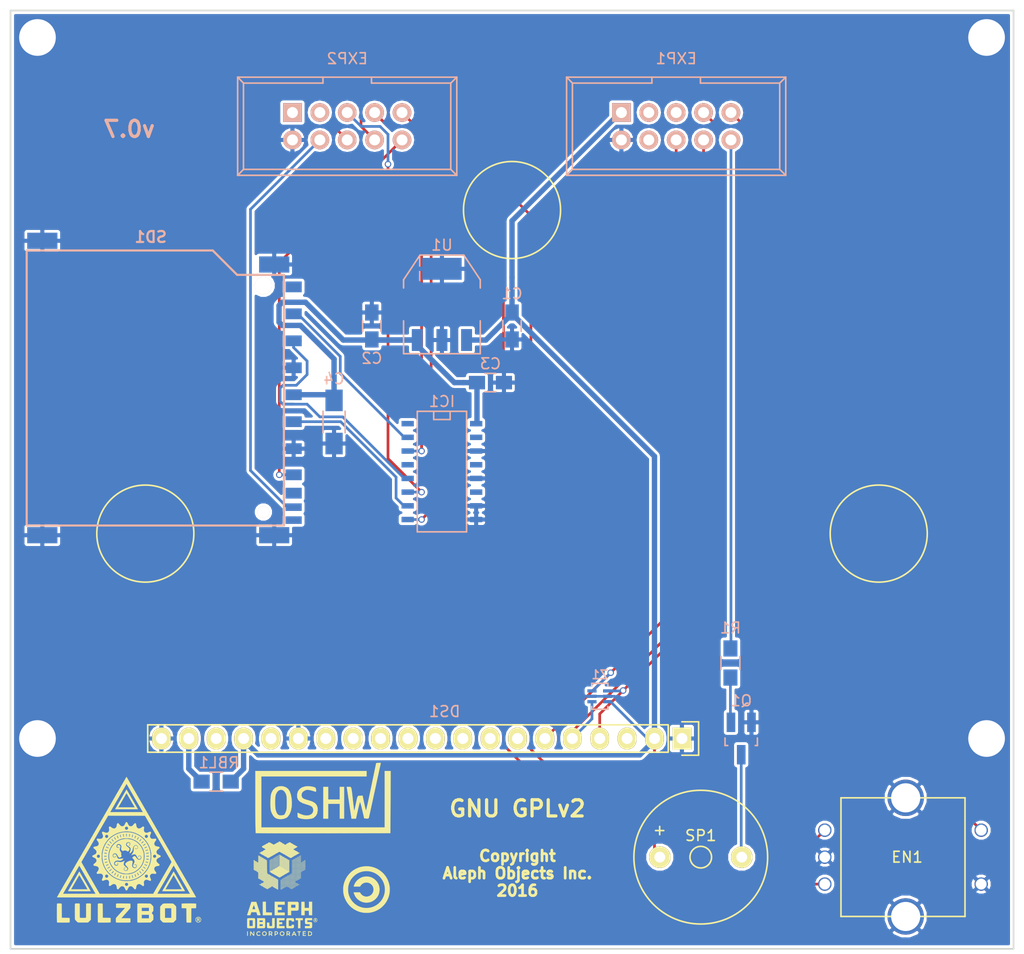
<source format=kicad_pcb>
(kicad_pcb (version 4) (host pcbnew 4.0.4-1.fc25-product)
  (title_block (title GLCD) (date 2016-09-30) (rev 0.7) (company "Aleph Objects Inc.") (comment 1 "GNU GPLv2, Copyright 2016"))
  (layers (0 F.Cu signal) (31 B.Cu signal) (34 B.Paste user) (35 F.Paste user) (36 B.SilkS user) (37 F.SilkS user) (38 B.Mask user) (39 F.Mask user) (44 Edge.Cuts user))
  (net 0 "")
  (net 1 GND)
  (net 2 +3V3)
  (net 3 VCC)
  (net 4 /SD_DET)
  (net 5 "Net-(DS1-Pad7)")
  (net 6 "Net-(DS1-Pad8)")
  (net 7 "Net-(DS1-Pad9)")
  (net 8 "Net-(DS1-Pad10)")
  (net 9 "Net-(DS1-Pad11)")
  (net 10 "Net-(DS1-Pad12)")
  (net 11 "Net-(DS1-Pad13)")
  (net 12 "Net-(DS1-Pad14)")
  (net 13 "Net-(DS1-Pad19)")
  (net 14 /BTN_EN1)
  (net 15 /BTN_EN2)
  (net 16 /BTN_ENC)
  (net 17 "Net-(IC1-Pad16)")
  (net 18 "Net-(IC1-Pad13)")
  (net 19 "Net-(IC1-Pad6)")
  (net 20 "Net-(IC1-Pad4)")
  (net 21 "Net-(IC1-Pad2)")
  (net 22 /Beeper)
  (net 23 "Net-(Q1-Pad1)")
  (net 24 "Net-(Q1-Pad3)")
  (net 25 "Net-(IC1-Pad12)")
  (net 26 "Net-(IC1-Pad10)")
  (net 27 "Net-(IC1-Pad15)")
  (net 28 "Net-(SD1-Pad8)")
  (net 29 "Net-(SD1-Pad9)")
  (net 30 "Net-(SD1-Pad11)")
  (net 31 /MISO)
  (net 32 /SCK)
  (net 33 /SS)
  (net 34 /MOSI)
  (net 35 "/LCDRS(CS)")
  (net 36 "/LCDRW(SID)")
  (net 37 "/LCDE(SCLK)")
  (net 38 "Net-(EXP1-Pad3)")
  (net 39 "Net-(EXP1-Pad4)")
  (net 40 "Net-(EXP1-Pad5)")
  (net 41 "Net-(EXP2-Pad1)")
  (net 42 "Net-(EXP2-Pad3)")
  (module Capacitors_SMD:C_0805_HandSoldering (layer B.Cu) (at 143.5 82.25 270)
    (fp_text reference C1 (at -3 0 540) (layer B.SilkS) (effects (justify mirror)))
    (fp_text value 100nF)
    (pad 2 smd rect (at 1.25 0 270) (size 1.5 1.25) (layers B.Cu B.Paste B.Mask) (net 1 GND))
    (pad 1 smd rect (at -1.25 0 270) (size 1.5 1.25) (layers B.Cu B.Paste B.Mask) (net 3 VCC))
  )
  (module GLCD:Rotary_Encoder (layer F.Cu) (at 180 132.5)
    (fp_text reference EN1 (at 0.135 -1) (layer F.SilkS))
    (fp_text value EC11E15244B2)
    (pad 1 thru_hole circle (at -7.5 -3.5) (size 1.25 1.25) (drill 1) (layers *.Cu *.Mask) (net 14 /BTN_EN1))
    (pad 2 thru_hole circle (at -7.5 -1) (size 1.25 1.25) (drill 1) (layers *.Cu *.Mask) (net 1 GND))
    (pad 3 thru_hole circle (at -7.5 1.5) (size 1.25 1.25) (drill 1) (layers *.Cu *.Mask) (net 15 /BTN_EN2))
    (pad 6 thru_hole circle (at 0 -6.5) (size 3.375 3.375) (drill 2.7) (layers *.Cu *.Mask) (net 1 GND))
    (pad 7 thru_hole circle (at 0 4.5) (size 3.375 3.375) (drill 2.7) (layers *.Cu *.Mask) (net 1 GND))
    (pad 4 thru_hole circle (at 7 1.5) (size 1.25 1.25) (drill 1) (layers *.Cu *.Mask) (net 1 GND))
    (pad 5 thru_hole circle (at 7 -3.5) (size 1.25 1.25) (drill 1) (layers *.Cu *.Mask) (net 16 /BTN_ENC))
  )
  (module GLCD:Bumper (layer F.Cu) (at 109.5 101.5)
    (fp_text reference REF** hide)
    (fp_text value Bumper)
  )
  (module GLCD:Bumper (layer F.Cu) (at 177.5 101.5)
    (fp_text reference REF** hide)
    (fp_text value Bumper)
  )
  (module GLCD:Bumper (layer F.Cu) (at 143.5 71.5)
    (fp_text reference REF** hide)
    (fp_text value Bumper)
  )
  (module GLCD:SOT-666 (layer B.Cu) (at 151.638 116.586 180)
    (fp_text reference Z1 (at 0 2 180) (layer B.SilkS) (effects (font (size 0.8 0.8)) (justify mirror)))
    (fp_text value ZENER_4_CHANNEL)
    (pad 6 smd rect (at 0.725 0.5 90) (size 0.3 0.85) (layers B.Cu B.Paste B.Mask) (net 37 "/LCDE(SCLK)"))
    (pad 5 smd rect (at 0.725 0 90) (size 0.3 0.85) (layers B.Cu B.Paste B.Mask) (net 1 GND))
    (pad 4 smd rect (at 0.725 -0.5 90) (size 0.3 0.85) (layers B.Cu B.Paste B.Mask) (net 36 "/LCDRW(SID)"))
    (pad 3 smd rect (at -0.725 -0.5 90) (size 0.3 0.85) (layers B.Cu B.Paste B.Mask) (net 3 VCC))
    (pad 2 smd rect (at -0.725 0 90) (size 0.3 0.85) (layers B.Cu B.Paste B.Mask) (net 1 GND))
    (pad 1 smd rect (at -0.725 0.5 90) (size 0.3 0.85) (layers B.Cu B.Paste B.Mask) (net 35 "/LCDRS(CS)"))
  )
  (module GLCD:SD_Card_Receptacle (layer B.Cu) (at 124 88 90)
    (fp_text reference SD1 (at 14 -14 180) (layer B.SilkS) (effects (font (size 1.016 1.016) (thickness 0.2032)) (justify mirror)))
    (fp_text value SD_CARD)
    (pad "" np_thru_hole circle (at 9.4996 -3.55092 90) (size 1.6002 1.6002) (drill 1.6002) (layers *.Cu *.Mask B.SilkS))
    (pad "" np_thru_hole circle (at -11.50112 -3.55092 90) (size 1.0922 1.0922) (drill 1.0922) (layers *.Cu *.Mask B.SilkS))
    (pad 11 smd rect (at -12.25042 -0.7493 90) (size 0.70104 1.50114) (layers B.Cu B.Paste B.Mask) (net 30 "Net-(SD1-Pad11)"))
    (pad 10 smd rect (at -11.049 -0.7493 90) (size 0.70104 1.50114) (layers B.Cu B.Paste B.Mask) (net 4 /SD_DET))
    (pad 1 smd rect (at 6.87578 -0.7493 90) (size 1.00076 1.50114) (layers B.Cu B.Paste B.Mask) (net 27 "Net-(IC1-Pad15)"))
    (pad 13 smd rect (at 11.45032 -2.55016 90) (size 1.50114 2.79908) (layers B.Cu B.Paste B.Mask) (net 1 GND))
    (pad 12 smd rect (at -13.64996 -2.55016 90) (size 1.50114 2.79908) (layers B.Cu B.Paste B.Mask) (net 1 GND))
    (pad 14 smd rect (at 13.64996 -24.05126 90) (size 1.50114 2.79908) (layers B.Cu B.Paste B.Mask) (net 1 GND))
    (pad 15 smd rect (at -13.64996 -24.05126 90) (size 1.50114 2.79908) (layers B.Cu B.Paste B.Mask) (net 1 GND))
    (pad 9 smd rect (at 9.37514 -0.7493 90) (size 1.00076 1.50114) (layers B.Cu B.Paste B.Mask) (net 29 "Net-(SD1-Pad9)"))
    (pad 8 smd rect (at -9.75106 -0.7493 90) (size 1.00076 1.50114) (layers B.Cu B.Paste B.Mask) (net 28 "Net-(SD1-Pad8)"))
    (pad 7 smd rect (at -8.04926 -0.7493 90) (size 1.00076 1.50114) (layers B.Cu B.Paste B.Mask) (net 31 /MISO))
    (pad 6 smd rect (at -5.6261 -0.7493 90) (size 1.00076 1.50114) (layers B.Cu B.Paste B.Mask) (net 1 GND))
    (pad 5 smd rect (at -3.1242 -0.7493 90) (size 1.00076 1.50114) (layers B.Cu B.Paste B.Mask) (net 26 "Net-(IC1-Pad10)"))
    (pad 4 smd rect (at -0.62484 -0.7493 90) (size 1.00076 1.50114) (layers B.Cu B.Paste B.Mask) (net 2 +3V3))
    (pad 3 smd rect (at 1.87452 -0.7493 90) (size 1.00076 1.50114) (layers B.Cu B.Paste B.Mask) (net 1 GND))
    (pad 2 smd rect (at 4.37388 -0.7493 90) (size 1.00076 1.50114) (layers B.Cu B.Paste B.Mask) (net 25 "Net-(IC1-Pad12)"))
  )
  (module TO_SOT_Packages_SMD:SOT-223 (layer B.Cu) (at 137 80.25 180)
    (fp_text reference U1 (at 0 5.5 180) (layer B.SilkS) (effects (justify mirror)))
    (fp_text value MIC5209-3.3YS)
    (pad 1 smd rect (at -2.286 -3.302 180) (size 1.016 2.032) (layers B.Cu B.Paste B.Mask) (net 3 VCC))
    (pad 3 smd rect (at 2.286 -3.302 180) (size 1.016 2.032) (layers B.Cu B.Paste B.Mask) (net 2 +3V3))
    (pad 2 smd rect (at 0 -3.302 180) (size 1.016 2.032) (layers B.Cu B.Paste B.Mask) (net 1 GND))
    (pad 4 smd rect (at 0 3.302 180) (size 3.6576 2.032) (layers B.Cu B.Paste B.Mask) (net 1 GND))
  )
  (module SMD_Packages:SO-16-N (layer B.Cu) (at 137 95.75 270)
    (fp_text reference IC1 (at -6.5 0 360) (layer B.SilkS) (effects (justify mirror)))
    (fp_text value 74HC4050)
    (pad 15 smd rect (at -3.175 3.175 270) (size 0.508 1.143) (layers B.Cu B.Paste B.Mask) (net 27 "Net-(IC1-Pad15)"))
    (pad 1 smd rect (at -4.445 -3.175 270) (size 0.508 1.143) (layers B.Cu B.Paste B.Mask) (net 2 +3V3))
    (pad 2 smd rect (at -3.175 -3.175 270) (size 0.508 1.143) (layers B.Cu B.Paste B.Mask) (net 21 "Net-(IC1-Pad2)"))
    (pad 3 smd rect (at -1.905 -3.175 270) (size 0.508 1.143) (layers B.Cu B.Paste B.Mask) (net 1 GND))
    (pad 4 smd rect (at -0.635 -3.175 270) (size 0.508 1.143) (layers B.Cu B.Paste B.Mask) (net 20 "Net-(IC1-Pad4)"))
    (pad 5 smd rect (at 0.635 -3.175 270) (size 0.508 1.143) (layers B.Cu B.Paste B.Mask) (net 1 GND))
    (pad 6 smd rect (at 1.905 -3.175 270) (size 0.508 1.143) (layers B.Cu B.Paste B.Mask) (net 19 "Net-(IC1-Pad6)"))
    (pad 7 smd rect (at 3.175 -3.175 270) (size 0.508 1.143) (layers B.Cu B.Paste B.Mask) (net 1 GND))
    (pad 8 smd rect (at 4.445 -3.175 270) (size 0.508 1.143) (layers B.Cu B.Paste B.Mask) (net 1 GND))
    (pad 9 smd rect (at 4.445 3.175 270) (size 0.508 1.143) (layers B.Cu B.Paste B.Mask) (net 32 /SCK))
    (pad 10 smd rect (at 3.175 3.175 270) (size 0.508 1.143) (layers B.Cu B.Paste B.Mask) (net 26 "Net-(IC1-Pad10)"))
    (pad 11 smd rect (at 1.905 3.175 270) (size 0.508 1.143) (layers B.Cu B.Paste B.Mask) (net 34 /MOSI))
    (pad 12 smd rect (at 0.635 3.175 270) (size 0.508 1.143) (layers B.Cu B.Paste B.Mask) (net 25 "Net-(IC1-Pad12)"))
    (pad 13 smd rect (at -0.635 3.175 270) (size 0.508 1.143) (layers B.Cu B.Paste B.Mask) (net 18 "Net-(IC1-Pad13)"))
    (pad 14 smd rect (at -1.905 3.175 270) (size 0.508 1.143) (layers B.Cu B.Paste B.Mask) (net 33 /SS))
    (pad 16 smd rect (at -4.445 3.175 270) (size 0.508 1.143) (layers B.Cu B.Paste B.Mask) (net 17 "Net-(IC1-Pad16)"))
  )
  (module Capacitors_SMD:C_0805_HandSoldering (layer B.Cu) (at 130.5 82.25 90)
    (fp_text reference C2 (at -3 0 180) (layer B.SilkS) (effects (justify mirror)))
    (fp_text value 100nF)
    (pad 2 smd rect (at 1.25 0 90) (size 1.5 1.25) (layers B.Cu B.Paste B.Mask) (net 1 GND))
    (pad 1 smd rect (at -1.25 0 90) (size 1.5 1.25) (layers B.Cu B.Paste B.Mask) (net 2 +3V3))
  )
  (module Capacitors_SMD:C_0805_HandSoldering (layer B.Cu) (at 141.5 87.5)
    (fp_text reference C3 (at 0 -1.75) (layer B.SilkS) (effects (justify mirror)))
    (fp_text value 100nF)
    (pad 2 smd rect (at 1.25 0) (size 1.5 1.25) (layers B.Cu B.Paste B.Mask) (net 1 GND))
    (pad 1 smd rect (at -1.25 0) (size 1.5 1.25) (layers B.Cu B.Paste B.Mask) (net 2 +3V3))
  )
  (module Resistors_SMD:R_0805_HandSoldering (layer B.Cu) (at 163.75 113.5 270)
    (fp_text reference R1 (at -3.25 0 360) (layer B.SilkS) (effects (justify mirror)))
    (fp_text value 1kΩ)
    (pad 2 smd rect (at 1.35 0 270) (size 1.5 1.3) (layers B.Cu B.Paste B.Mask) (net 23 "Net-(Q1-Pad1)"))
    (pad 1 smd rect (at -1.35 0 270) (size 1.5 1.3) (layers B.Cu B.Paste B.Mask) (net 22 /Beeper))
  )
  (module Capacitors_SMD:C_1206_HandSoldering (layer B.Cu) (at 127 91.15 270)
    (fp_text reference C4 (at -4 0 360) (layer B.SilkS) (effects (justify mirror)))
    (fp_text value 1uF)
    (pad 2 smd rect (at 2 0 270) (size 2 1.6) (layers B.Cu B.Paste B.Mask) (net 1 GND))
    (pad 1 smd rect (at -2 0 270) (size 2 1.6) (layers B.Cu B.Paste B.Mask) (net 2 +3V3))
  )
  (module TO_SOT_Packages_SMD:SOT-23_Handsoldering (layer B.Cu) (at 164.75 120.5)
    (fp_text reference Q1 (at 0 -3.5) (layer B.SilkS) (effects (justify mirror)))
    (fp_text value BC817-40)
    (pad 3 smd rect (at 0 1.50114) (size 0.8001 1.80086) (layers B.Cu B.Paste B.Mask) (net 24 "Net-(Q1-Pad3)"))
    (pad 2 smd rect (at 0.95 -1.50114) (size 0.8001 1.80086) (layers B.Cu B.Paste B.Mask) (net 1 GND))
    (pad 1 smd rect (at -0.95 -1.50114) (size 0.8001 1.80086) (layers B.Cu B.Paste B.Mask) (net 23 "Net-(Q1-Pad1)"))
  )
  (module Pin_Headers:Pin_Header_Straight_1x20 (layer F.Cu) (at 159.25 120.5 270)
    (fp_text reference DS1 (at -2.5 22 360) (layer B.SilkS) (effects (justify mirror)))
    (fp_text value LCD_Panel)
    (pad 20 thru_hole oval (at 0 48.26 270) (size 2.032 1.7272) (drill 1.016) (layers *.Cu *.Mask F.SilkS) (net 1 GND))
    (pad 19 thru_hole oval (at 0 45.72 270) (size 2.032 1.7272) (drill 1.016) (layers *.Cu *.Mask F.SilkS) (net 13 "Net-(DS1-Pad19)"))
    (pad 18 thru_hole oval (at 0 43.18 270) (size 2.032 1.7272) (drill 1.016) (layers *.Cu *.Mask F.SilkS))
    (pad 17 thru_hole oval (at 0 40.64 270) (size 2.032 1.7272) (drill 1.016) (layers *.Cu *.Mask F.SilkS) (net 3 VCC))
    (pad 16 thru_hole oval (at 0 38.1 270) (size 2.032 1.7272) (drill 1.016) (layers *.Cu *.Mask F.SilkS))
    (pad 15 thru_hole oval (at 0 35.56 270) (size 2.032 1.7272) (drill 1.016) (layers *.Cu *.Mask F.SilkS) (net 1 GND))
    (pad 14 thru_hole oval (at 0 33.02 270) (size 2.032 1.7272) (drill 1.016) (layers *.Cu *.Mask F.SilkS) (net 12 "Net-(DS1-Pad14)"))
    (pad 13 thru_hole oval (at 0 30.48 270) (size 2.032 1.7272) (drill 1.016) (layers *.Cu *.Mask F.SilkS) (net 11 "Net-(DS1-Pad13)"))
    (pad 12 thru_hole oval (at 0 27.94 270) (size 2.032 1.7272) (drill 1.016) (layers *.Cu *.Mask F.SilkS) (net 10 "Net-(DS1-Pad12)"))
    (pad 11 thru_hole oval (at 0 25.4 270) (size 2.032 1.7272) (drill 1.016) (layers *.Cu *.Mask F.SilkS) (net 9 "Net-(DS1-Pad11)"))
    (pad 10 thru_hole oval (at 0 22.86 270) (size 2.032 1.7272) (drill 1.016) (layers *.Cu *.Mask F.SilkS) (net 8 "Net-(DS1-Pad10)"))
    (pad 9 thru_hole oval (at 0 20.32 270) (size 2.032 1.7272) (drill 1.016) (layers *.Cu *.Mask F.SilkS) (net 7 "Net-(DS1-Pad9)"))
    (pad 8 thru_hole oval (at 0 17.78 270) (size 2.032 1.7272) (drill 1.016) (layers *.Cu *.Mask F.SilkS) (net 6 "Net-(DS1-Pad8)"))
    (pad 7 thru_hole oval (at 0 15.24 270) (size 2.032 1.7272) (drill 1.016) (layers *.Cu *.Mask F.SilkS) (net 5 "Net-(DS1-Pad7)"))
    (pad 6 thru_hole oval (at 0 12.7 270) (size 2.032 1.7272) (drill 1.016) (layers *.Cu *.Mask F.SilkS) (net 37 "/LCDE(SCLK)"))
    (pad 5 thru_hole oval (at 0 10.16 270) (size 2.032 1.7272) (drill 1.016) (layers *.Cu *.Mask F.SilkS) (net 36 "/LCDRW(SID)"))
    (pad 4 thru_hole oval (at 0 7.62 270) (size 2.032 1.7272) (drill 1.016) (layers *.Cu *.Mask F.SilkS) (net 35 "/LCDRS(CS)"))
    (pad 3 thru_hole oval (at 0 5.08 270) (size 2.032 1.7272) (drill 1.016) (layers *.Cu *.Mask F.SilkS))
    (pad 2 thru_hole oval (at 0 2.54 270) (size 2.032 1.7272) (drill 1.016) (layers *.Cu *.Mask F.SilkS) (net 3 VCC))
    (pad 1 thru_hole rect (at 0 0 270) (size 2.032 1.7272) (drill 1.016) (layers *.Cu *.Mask F.SilkS) (net 1 GND))
  )
  (module Connect:IDC_Header_Straight_10pins (layer B.Cu) (at 123.14 62.46)
    (fp_text reference EXP2 (at 5.08 -5) (layer B.SilkS) (effects (justify mirror)))
    (fp_text value CONN_02X05)
    (pad 10 thru_hole oval (at 10.16 2.54) (size 1.7272 1.7272) (drill 1.016) (layers *.Cu *.Mask B.SilkS) (net 31 /MISO))
    (pad 9 thru_hole oval (at 10.16 0) (size 1.7272 1.7272) (drill 1.016) (layers *.Cu *.Mask B.SilkS) (net 32 /SCK))
    (pad 8 thru_hole oval (at 7.62 2.54) (size 1.7272 1.7272) (drill 1.016) (layers *.Cu *.Mask B.SilkS) (net 15 /BTN_EN2))
    (pad 7 thru_hole oval (at 7.62 0) (size 1.7272 1.7272) (drill 1.016) (layers *.Cu *.Mask B.SilkS) (net 33 /SS))
    (pad 6 thru_hole oval (at 5.08 2.54) (size 1.7272 1.7272) (drill 1.016) (layers *.Cu *.Mask B.SilkS) (net 14 /BTN_EN1))
    (pad 5 thru_hole oval (at 5.08 0) (size 1.7272 1.7272) (drill 1.016) (layers *.Cu *.Mask B.SilkS) (net 34 /MOSI))
    (pad 4 thru_hole oval (at 2.54 2.54) (size 1.7272 1.7272) (drill 1.016) (layers *.Cu *.Mask B.SilkS) (net 4 /SD_DET))
    (pad 3 thru_hole oval (at 2.54 0) (size 1.7272 1.7272) (drill 1.016) (layers *.Cu *.Mask B.SilkS) (net 42 "Net-(EXP2-Pad3)"))
    (pad 2 thru_hole oval (at 0 2.54) (size 1.7272 1.7272) (drill 1.016) (layers *.Cu *.Mask B.SilkS) (net 1 GND))
    (pad 1 thru_hole rect (at 0 0) (size 1.7272 1.7272) (drill 1.016) (layers *.Cu *.Mask B.SilkS) (net 41 "Net-(EXP2-Pad1)"))
  )
  (module Mounting_Holes:MountingHole_3.2mm_M3 (layer F.Cu) (at 99.5 55.5)
    (fp_text reference REF** hide)
    (fp_text value MountingHole_3.2mm_M3 hide)
    (pad "" thru_hole circle (at 0 0) (size 4.15 4.15) (drill 3.4) (layers *.Cu *.Mask) (net 1 GND))
  )
  (module Mounting_Holes:MountingHole_3.2mm_M3 (layer F.Cu) (at 187.5 120.5)
    (fp_text reference REF** hide)
    (fp_text value MountingHole_3.2mm_M3 hide)
    (pad "" thru_hole circle (at 0 0) (size 4.15 4.15) (drill 3.4) (layers *.Cu *.Mask) (net 1 GND))
  )
  (module Mounting_Holes:MountingHole_3.2mm_M3 (layer F.Cu) (at 99.5 120.5)
    (fp_text reference REF** hide)
    (fp_text value MountingHole_3.2mm_M3 hide)
    (pad "" thru_hole circle (at 0 0) (size 4.15 4.15) (drill 3.4) (layers *.Cu *.Mask) (net 1 GND))
  )
  (module Resistors_SMD:R_0805_HandSoldering (layer B.Cu) (at 116.06784 124.49556 180)
    (fp_text reference RBL1 (at -0.25 1.75 180) (layer B.SilkS) (effects (justify mirror)))
    (fp_text value 68Ω)
    (pad 2 smd rect (at 1.35 0 180) (size 1.5 1.3) (layers B.Cu B.Paste B.Mask) (net 13 "Net-(DS1-Pad19)"))
    (pad 1 smd rect (at -1.35 0 180) (size 1.5 1.3) (layers B.Cu B.Paste B.Mask) (net 3 VCC))
  )
  (module Buzzers_Beepers:Buzzer_12x9.5RM7.6 (layer F.Cu) (at 161 131.5)
    (fp_text reference SP1 (at 0 -2) (layer F.SilkS))
    (fp_text value SPEAKER)
    (fp_text user + (at -3.81 -2.54) (layer F.SilkS))
    (pad 2 thru_hole circle (at 3.79984 0) (size 2 2) (drill 1.00076) (layers *.Cu *.Mask F.SilkS) (net 24 "Net-(Q1-Pad3)"))
    (pad 1 thru_hole circle (at -3.79984 0) (size 2 2) (drill 1.00076) (layers *.Cu *.Mask F.SilkS) (net 3 VCC))
  )
  (module GLCD:LulzBot (layer F.Cu) (at 108 131)
    (fp_text reference G*** hide)
    (fp_text value LOGO hide)
  )
  (module GLCD:copyleft (layer F.Cu) (at 130 134.5)
    (fp_text reference G*** hide)
    (fp_text value LOGO hide)
  )
  (module GLCD:OSHW (layer F.Cu) (at 126 126)
    (fp_text reference G*** hide)
    (fp_text value LOGO hide)
  )
  (module Mounting_Holes:MountingHole_3.2mm_M3 (layer F.Cu) (at 187.5 55.5)
    (fp_text reference REF** hide)
    (fp_text value MountingHole_3.2mm_M3 hide)
    (pad "" thru_hole circle (at 0 0) (size 4.15 4.15) (drill 3.4) (layers *.Cu *.Mask) (net 1 GND))
  )
  (module GLCD:AO (layer F.Cu) (at 122 134.5)
    (fp_text reference G*** hide)
    (fp_text value LOGO hide)
  )
  (module Connect:IDC_Header_Straight_10pins (layer B.Cu) (at 153.64 62.46)
    (fp_text reference EXP1 (at 5.08 -5) (layer B.SilkS) (effects (justify mirror)))
    (fp_text value CONN_02X05)
    (pad 10 thru_hole oval (at 10.16 2.54) (size 1.7272 1.7272) (drill 1.016) (layers *.Cu *.Mask B.SilkS) (net 22 /Beeper))
    (pad 9 thru_hole oval (at 10.16 0) (size 1.7272 1.7272) (drill 1.016) (layers *.Cu *.Mask B.SilkS) (net 16 /BTN_ENC))
    (pad 8 thru_hole oval (at 7.62 2.54) (size 1.7272 1.7272) (drill 1.016) (layers *.Cu *.Mask B.SilkS) (net 36 "/LCDRW(SID)"))
    (pad 7 thru_hole oval (at 7.62 0) (size 1.7272 1.7272) (drill 1.016) (layers *.Cu *.Mask B.SilkS) (net 35 "/LCDRS(CS)"))
    (pad 6 thru_hole oval (at 5.08 2.54) (size 1.7272 1.7272) (drill 1.016) (layers *.Cu *.Mask B.SilkS) (net 37 "/LCDE(SCLK)"))
    (pad 5 thru_hole oval (at 5.08 0) (size 1.7272 1.7272) (drill 1.016) (layers *.Cu *.Mask B.SilkS) (net 40 "Net-(EXP1-Pad5)"))
    (pad 4 thru_hole oval (at 2.54 2.54) (size 1.7272 1.7272) (drill 1.016) (layers *.Cu *.Mask B.SilkS) (net 39 "Net-(EXP1-Pad4)"))
    (pad 3 thru_hole oval (at 2.54 0) (size 1.7272 1.7272) (drill 1.016) (layers *.Cu *.Mask B.SilkS) (net 38 "Net-(EXP1-Pad3)"))
    (pad 2 thru_hole oval (at 0 2.54) (size 1.7272 1.7272) (drill 1.016) (layers *.Cu *.Mask B.SilkS) (net 1 GND))
    (pad 1 thru_hole rect (at 0 0) (size 1.7272 1.7272) (drill 1.016) (layers *.Cu *.Mask B.SilkS) (net 3 VCC))
  )
  (gr_text "Copyright\nAleph Objects Inc.\n2016" (at 144 133) (layer F.SilkS) (effects (font (size 1 1) (thickness 0.25))))
  (gr_text v0.7 (at 108 64) (layer B.SilkS) (effects (font (size 1.5 1.5) (thickness 0.3)) (justify mirror)))
  (gr_text "GNU GPLv2" (at 144 127) (layer F.SilkS) (effects (font (size 1.5 1.5) (thickness 0.3))))
  (gr_line (start 190 140) (end 190 53) (angle 90) (layer Edge.Cuts) (width 0.15))
  (gr_line (start 97 140) (end 190 140) (angle 90) (layer Edge.Cuts) (width 0.15))
  (gr_line (start 97 53) (end 97 140) (angle 90) (layer Edge.Cuts) (width 0.15))
  (gr_line (start 190 53) (end 97 53) (angle 90) (layer Edge.Cuts) (width 0.15))
  (segment (start 152.363 116.586) (end 152.986 116.586) (width 0.25) (layer B.Cu) (net 1))
  (segment (start 152.986 116.586) (end 153.1 116.7) (width 0.25) (layer B.Cu) (net 1))
  (segment (start 150.913 116.586) (end 150.314 116.586) (width 0.25) (layer B.Cu) (net 1))
  (segment (start 150.314 116.586) (end 150.3 116.6) (width 0.25) (layer B.Cu) (net 1))
  (segment (start 150.913 116.586) (end 152.363 116.586) (width 0.25) (layer B.Cu) (net 1))
  (segment (start 126.5239 93.6261) (end 127 93.15) (width 0.5) (layer B.Cu) (net 1))
  (segment (start 134.714 83.552) (end 130.552 83.552) (width 0.5) (layer B.Cu) (net 2))
  (segment (start 130.552 83.552) (end 130.5 83.5) (width 0.5) (layer B.Cu) (net 2))
  (segment (start 123.885532 82.2) (end 127 85.314468) (width 0.5) (layer B.Cu) (net 2))
  (segment (start 127 85.314468) (end 127 89.15) (width 0.5) (layer B.Cu) (net 2))
  (segment (start 122.2 82.2) (end 123.885532 82.2) (width 0.5) (layer B.Cu) (net 2))
  (segment (start 121.9 81.9) (end 122.2 82.2) (width 0.5) (layer B.Cu) (net 2))
  (segment (start 121.9 80.35) (end 121.9 81.9) (width 0.5) (layer B.Cu) (net 2))
  (segment (start 122.2 80.05) (end 121.9 80.35) (width 0.5) (layer B.Cu) (net 2))
  (segment (start 124.35 80.05) (end 122.2 80.05) (width 0.5) (layer B.Cu) (net 2))
  (segment (start 127.852 83.552) (end 124.35 80.05) (width 0.5) (layer B.Cu) (net 2))
  (segment (start 134.714 83.552) (end 127.852 83.552) (width 0.5) (layer B.Cu) (net 2))
  (segment (start 134.714 84.06) (end 138.154 87.5) (width 0.5) (layer B.Cu) (net 2))
  (segment (start 139 87.5) (end 140.25 87.5) (width 0.5) (layer B.Cu) (net 2))
  (segment (start 138.154 87.5) (end 139 87.5) (width 0.5) (layer B.Cu) (net 2))
  (segment (start 140.25 87.5) (end 140.25 91.23) (width 0.5) (layer B.Cu) (net 2))
  (segment (start 134.714 83.552) (end 134.714 84.06) (width 0.5) (layer B.Cu) (net 2))
  (segment (start 123.00051 88.62484) (end 123.2507 88.62484) (width 0.5) (layer B.Cu) (net 2))
  (segment (start 140.25 91.23) (end 140.175 91.305) (width 0.5) (layer B.Cu) (net 2))
  (segment (start 123.2507 88.62484) (end 126.47484 88.62484) (width 0.5) (layer B.Cu) (net 2))
  (segment (start 126.47484 88.62484) (end 127 89.15) (width 0.5) (layer B.Cu) (net 2))
  (segment (start 139.286 83.552) (end 141.073 83.552) (width 0.5) (layer B.Cu) (net 3))
  (segment (start 141.073 83.552) (end 141.875 82.75) (width 0.5) (layer B.Cu) (net 3))
  (segment (start 143.5 81.125) (end 141.875 82.75) (width 0.5) (layer B.Cu) (net 3))
  (segment (start 156.71 120.5) (end 156.71 94.335) (width 0.5) (layer B.Cu) (net 3))
  (segment (start 156.71 94.335) (end 143.5 81.125) (width 0.5) (layer B.Cu) (net 3))
  (segment (start 143.5 81.125) (end 143.5 81) (width 0.5) (layer B.Cu) (net 3))
  (segment (start 139.286 83.552) (end 139.698 83.552) (width 0.5) (layer B.Cu) (net 3))
  (segment (start 153.64 62.46) (end 153.54 62.46) (width 0.5) (layer B.Cu) (net 3))
  (segment (start 153.54 62.46) (end 143.5 72.5) (width 0.5) (layer B.Cu) (net 3))
  (segment (start 143.5 72.5) (end 143.5 77.75) (width 0.5) (layer B.Cu) (net 3))
  (segment (start 143.5 77.75) (end 143.5 81) (width 0.5) (layer B.Cu) (net 3))
  (segment (start 143.5 81) (end 143.5 81.338) (width 0.5) (layer B.Cu) (net 3))
  (segment (start 118.61 120.5) (end 118.61 123.3034) (width 0.5) (layer B.Cu) (net 3))
  (segment (start 118.61 123.3034) (end 117.41784 124.49556) (width 0.5) (layer B.Cu) (net 3))
  (segment (start 156.052 120.5) (end 152.638 117.086) (width 0.25) (layer B.Cu) (net 3))
  (segment (start 156.71 120.5) (end 156.052 120.5) (width 0.25) (layer B.Cu) (net 3))
  (segment (start 152.638 117.086) (end 152.363 117.086) (width 0.25) (layer B.Cu) (net 3))
  (segment (start 152.363 117.086) (end 152.589348 117.086) (width 0.25) (layer B.Cu) (net 3))
  (segment (start 156.71 120.5) (end 156.71 120.3476) (width 0.25) (layer B.Cu) (net 3))
  (segment (start 156.71 120.5) (end 156.71 131.00984) (width 0.25) (layer F.Cu) (net 3))
  (segment (start 156.71 131.00984) (end 157.20016 131.5) (width 0.25) (layer F.Cu) (net 3))
  (segment (start 156.71 120.5) (end 156.71 119.81) (width 0.25) (layer B.Cu) (net 3))
  (segment (start 118.61 120.6524) (end 119.9736 122.016) (width 0.5) (layer B.Cu) (net 3))
  (segment (start 155.3464 122.016) (end 156.71 120.6524) (width 0.5) (layer B.Cu) (net 3))
  (segment (start 119.9736 122.016) (end 155.3464 122.016) (width 0.5) (layer B.Cu) (net 3))
  (segment (start 118.61 120.5) (end 118.61 120.6524) (width 0.5) (layer B.Cu) (net 3))
  (segment (start 125.68 65) (end 119.25 71.43) (width 0.25) (layer B.Cu) (net 4))
  (segment (start 119.25 95.65) (end 122.649 99.049) (width 0.25) (layer B.Cu) (net 4))
  (segment (start 119.25 71.43) (end 119.25 95.65) (width 0.25) (layer B.Cu) (net 4))
  (segment (start 122.649 99.049) (end 123.2507 99.049) (width 0.25) (layer B.Cu) (net 4))
  (segment (start 113.53 120.5) (end 113.53 123.30772) (width 0.5) (layer B.Cu) (net 13))
  (segment (start 113.53 123.30772) (end 114.71784 124.49556) (width 0.5) (layer B.Cu) (net 13))
  (segment (start 145.25 121.510842) (end 145.25 72.01446) (width 0.25) (layer F.Cu) (net 14))
  (segment (start 126.95 61.97087) (end 126.95 63.73) (width 0.25) (layer F.Cu) (net 14))
  (segment (start 126.95 63.73) (end 128.22 65) (width 0.25) (layer F.Cu) (net 14))
  (segment (start 145.25 72.01446) (end 133.98553 60.74999) (width 0.25) (layer F.Cu) (net 14))
  (segment (start 133.98553 60.74999) (end 128.17088 60.74999) (width 0.25) (layer F.Cu) (net 14))
  (segment (start 128.17088 60.74999) (end 126.95 61.97087) (width 0.25) (layer F.Cu) (net 14))
  (segment (start 168.6 132.9) (end 156.639158 132.9) (width 0.25) (layer F.Cu) (net 14))
  (segment (start 156.639158 132.9) (end 145.25 121.510842) (width 0.25) (layer F.Cu) (net 14))
  (segment (start 172.5 129) (end 168.6 132.9) (width 0.25) (layer F.Cu) (net 14))
  (segment (start 142.7 121.1) (end 142.7 70.10087) (width 0.25) (layer F.Cu) (net 15))
  (segment (start 172.5 134) (end 155.6 134) (width 0.25) (layer F.Cu) (net 15))
  (segment (start 155.6 134) (end 142.7 121.1) (width 0.25) (layer F.Cu) (net 15))
  (segment (start 130.098072 61.2) (end 129.5 61.798072) (width 0.25) (layer F.Cu) (net 15))
  (segment (start 142.7 70.10087) (end 133.79913 61.2) (width 0.25) (layer F.Cu) (net 15))
  (segment (start 133.79913 61.2) (end 130.098072 61.2) (width 0.25) (layer F.Cu) (net 15))
  (segment (start 129.5 61.798072) (end 129.5 63.74) (width 0.25) (layer F.Cu) (net 15))
  (segment (start 129.5 63.74) (end 130.76 65) (width 0.25) (layer F.Cu) (net 15))
  (segment (start 165.05 63.71) (end 165.05 107.05) (width 0.25) (layer F.Cu) (net 16))
  (segment (start 165.05 107.05) (end 187 129) (width 0.25) (layer F.Cu) (net 16))
  (segment (start 163.8 62.46) (end 165.05 63.71) (width 0.25) (layer F.Cu) (net 16))
  (segment (start 163.8 65) (end 163.8 112.1) (width 0.25) (layer B.Cu) (net 22))
  (segment (start 163.8 112.1) (end 163.75 112.15) (width 0.25) (layer B.Cu) (net 22))
  (segment (start 163.8 112.1) (end 163.75 112.15) (width 0.25) (layer B.Cu) (net 22))
  (segment (start 163.8 111.45) (end 163.75 112.15) (width 0.25) (layer B.Cu) (net 22))
  (segment (start 163.75 114.85) (end 163.75 118.94886) (width 0.25) (layer B.Cu) (net 23))
  (segment (start 163.75 118.94886) (end 163.8 118.99886) (width 0.25) (layer B.Cu) (net 23))
  (segment (start 163.75 118.94886) (end 163.8 118.99886) (width 0.25) (layer B.Cu) (net 23))
  (segment (start 164.75 122.00114) (end 164.75 131.45016) (width 0.25) (layer B.Cu) (net 24))
  (segment (start 164.75 131.45016) (end 164.79984 131.5) (width 0.25) (layer B.Cu) (net 24))
  (segment (start 122.25 89.5) (end 124.5 89.5) (width 0.25) (layer B.Cu) (net 25))
  (segment (start 124.5 89.5) (end 125.67419 90.67419) (width 0.25) (layer B.Cu) (net 25))
  (segment (start 125.67419 90.67419) (end 127.79669 90.67419) (width 0.25) (layer B.Cu) (net 25))
  (segment (start 127.79669 90.67419) (end 133.5075 96.385) (width 0.25) (layer B.Cu) (net 25))
  (segment (start 133.5075 96.385) (end 133.825 96.385) (width 0.25) (layer B.Cu) (net 25))
  (segment (start 122.5 89.5) (end 122.25 89.5) (width 0.25) (layer B.Cu) (net 25))
  (segment (start 122.5 89.5) (end 123.25 89.5) (width 0.25) (layer B.Cu) (net 25))
  (segment (start 123.2507 84.25) (end 123.2507 83.62612) (width 0.25) (layer B.Cu) (net 25))
  (segment (start 124.5 85.5) (end 123.2507 84.2507) (width 0.25) (layer B.Cu) (net 25))
  (segment (start 123.5 87.75) (end 124.5 86.75) (width 0.25) (layer B.Cu) (net 25))
  (segment (start 122 88) (end 122.25 87.75) (width 0.25) (layer B.Cu) (net 25))
  (segment (start 123.2507 84.2507) (end 123.2507 84.25) (width 0.25) (layer B.Cu) (net 25))
  (segment (start 124.5 86.75) (end 124.5 85.5) (width 0.25) (layer B.Cu) (net 25))
  (segment (start 122.25 87.75) (end 123.5 87.75) (width 0.25) (layer B.Cu) (net 25))
  (segment (start 122 89.25) (end 122 88) (width 0.25) (layer B.Cu) (net 25))
  (segment (start 122.25 89.5) (end 122 89.25) (width 0.25) (layer B.Cu) (net 25))
  (segment (start 123.2507 83.62612) (end 123.87612 83.62612) (width 0.25) (layer B.Cu) (net 25))
  (segment (start 133.825 98.925) (end 133.475 98.925) (width 0.25) (layer B.Cu) (net 26))
  (segment (start 133.475 98.925) (end 132.75 98.2) (width 0.25) (layer B.Cu) (net 26))
  (segment (start 132.75 98.2) (end 132.75 96.26391) (width 0.25) (layer B.Cu) (net 26))
  (segment (start 132.75 96.26391) (end 127.61029 91.1242) (width 0.25) (layer B.Cu) (net 26))
  (segment (start 127.61029 91.1242) (end 123.2507 91.1242) (width 0.25) (layer B.Cu) (net 26))
  (segment (start 133.825 98.925) (end 133.5075 98.925) (width 0.25) (layer B.Cu) (net 26))
  (segment (start 123.2507 81.12422) (end 123.622938 81.12422) (width 0.25) (layer B.Cu) (net 27))
  (segment (start 123.622938 81.12422) (end 127.57501 85.076292) (width 0.25) (layer B.Cu) (net 27))
  (segment (start 127.57501 85.076292) (end 127.57501 86.64251) (width 0.25) (layer B.Cu) (net 27))
  (segment (start 133.5075 92.575) (end 133.825 92.575) (width 0.25) (layer B.Cu) (net 27))
  (segment (start 127.57501 86.64251) (end 133.5075 92.575) (width 0.25) (layer B.Cu) (net 27))
  (segment (start 133.3 65) (end 121.92 76.38) (width 0.25) (layer F.Cu) (net 31))
  (segment (start 121.92084 96.04926) (end 121.92 96.0501) (width 0.25) (layer B.Cu) (net 31))
  (via (at 121.92 96.0501) (size 0.6) (drill 0.4) (layers F.Cu B.Cu) (net 31))
  (segment (start 123.2507 96.04926) (end 121.92084 96.04926) (width 0.25) (layer B.Cu) (net 31))
  (segment (start 121.92 76.38) (end 121.92 96.0501) (width 0.25) (layer F.Cu) (net 31))
  (segment (start 135.1153 100.19538) (end 136 99.31068) (width 0.25) (layer F.Cu) (net 32))
  (segment (start 135.11492 100.195) (end 135.1153 100.19538) (width 0.25) (layer B.Cu) (net 32))
  (via (at 135.1153 100.19538) (size 0.6) (drill 0.4) (layers F.Cu B.Cu) (net 32))
  (segment (start 133.825 100.195) (end 135.11492 100.195) (width 0.25) (layer B.Cu) (net 32))
  (segment (start 136 99.31068) (end 136 65.16) (width 0.25) (layer F.Cu) (net 32))
  (segment (start 134.163599 63.323599) (end 133.3 62.46) (width 0.25) (layer F.Cu) (net 32))
  (segment (start 136 65.16) (end 134.163599 63.323599) (width 0.25) (layer F.Cu) (net 32))
  (segment (start 135.11492 93.845) (end 135.1153 93.84538) (width 0.25) (layer B.Cu) (net 33))
  (via (at 135.1153 93.84538) (size 0.6) (drill 0.4) (layers F.Cu B.Cu) (net 33))
  (segment (start 133.825 93.845) (end 135.11492 93.845) (width 0.25) (layer B.Cu) (net 33))
  (segment (start 135.1153 93.421116) (end 135.1153 93.84538) (width 0.25) (layer F.Cu) (net 33))
  (segment (start 135.1153 65.05617) (end 135.1153 93.421116) (width 0.25) (layer F.Cu) (net 33))
  (segment (start 132 63.75) (end 133.80913 63.75) (width 0.25) (layer F.Cu) (net 33))
  (segment (start 133.80913 63.75) (end 135.1153 65.05617) (width 0.25) (layer F.Cu) (net 33))
  (segment (start 130.76 62.46) (end 130.76 62.51) (width 0.25) (layer F.Cu) (net 33))
  (segment (start 130.76 62.51) (end 132 63.75) (width 0.25) (layer F.Cu) (net 33))
  (segment (start 130.76 62.46) (end 132 63.75) (width 0.25) (layer F.Cu) (net 33))
  (segment (start 135.1153 97.65538) (end 132 94.54008) (width 0.25) (layer F.Cu) (net 34))
  (segment (start 135.11492 97.655) (end 135.1153 97.65538) (width 0.25) (layer B.Cu) (net 34))
  (via (at 135.1153 97.65538) (size 0.6) (drill 0.4) (layers F.Cu B.Cu) (net 34))
  (segment (start 133.825 97.655) (end 135.11492 97.655) (width 0.25) (layer B.Cu) (net 34))
  (segment (start 132 94.54008) (end 132 67.25) (width 0.25) (layer F.Cu) (net 34))
  (segment (start 128.22 62.46) (end 129.51 63.75) (width 0.25) (layer B.Cu) (net 34))
  (segment (start 131.26913 63.75) (end 132 64.48087) (width 0.25) (layer B.Cu) (net 34))
  (segment (start 129.51 63.75) (end 131.26913 63.75) (width 0.25) (layer B.Cu) (net 34))
  (via (at 132 67.25) (size 0.6) (drill 0.4) (layers F.Cu B.Cu) (net 34))
  (segment (start 132 64.48087) (end 132 67.25) (width 0.25) (layer B.Cu) (net 34))
  (segment (start 162.5 63.7) (end 162.5 107.35) (width 0.25) (layer F.Cu) (net 35))
  (segment (start 162.5 107.35) (end 153.8 116.05) (width 0.25) (layer F.Cu) (net 35))
  (segment (start 161.26 62.46) (end 162.5 63.7) (width 0.25) (layer F.Cu) (net 35))
  (segment (start 152.363 116.086) (end 153.764 116.086) (width 0.25) (layer B.Cu) (net 35))
  (segment (start 153.8 116.05) (end 153.75 116.1) (width 0.25) (layer F.Cu) (net 35))
  (via (at 153.8 116.05) (size 0.6) (drill 0.4) (layers F.Cu B.Cu) (net 35))
  (segment (start 153.764 116.086) (end 153.8 116.05) (width 0.25) (layer B.Cu) (net 35))
  (segment (start 151.63 118.22) (end 153.75 116.1) (width 0.25) (layer F.Cu) (net 35))
  (segment (start 151.63 120.5) (end 151.63 118.22) (width 0.25) (layer F.Cu) (net 35))
  (segment (start 161.26 62.46) (end 161.26 63.01) (width 0.25) (layer F.Cu) (net 35))
  (segment (start 161.26 62.46) (end 161.26 62.96) (width 0.25) (layer F.Cu) (net 35))
  (segment (start 149.09 120.5) (end 149.09 119.834998) (width 0.25) (layer F.Cu) (net 36))
  (segment (start 149.09 119.834998) (end 161.26 107.664998) (width 0.25) (layer F.Cu) (net 36))
  (segment (start 161.26 107.664998) (end 161.26 106.5) (width 0.25) (layer F.Cu) (net 36))
  (segment (start 161.26 106.5) (end 161.26 65) (width 0.25) (layer F.Cu) (net 36))
  (segment (start 150.913 117.086) (end 150.913 118.677) (width 0.25) (layer B.Cu) (net 36))
  (segment (start 150.913 118.677) (end 149.09 120.5) (width 0.25) (layer B.Cu) (net 36))
  (segment (start 150.913 116.086) (end 150.964 116.086) (width 0.25) (layer B.Cu) (net 37))
  (via (at 152.65 114.4) (size 0.6) (drill 0.4) (layers F.Cu B.Cu) (net 37))
  (segment (start 150.964 116.086) (end 152.65 114.4) (width 0.25) (layer B.Cu) (net 37))
  (segment (start 158.72 108.33) (end 152.65 114.4) (width 0.25) (layer F.Cu) (net 37))
  (segment (start 152.65 114.4) (end 146.55 120.5) (width 0.25) (layer F.Cu) (net 37))
  (segment (start 158.72 65) (end 158.72 108.33) (width 0.25) (layer F.Cu) (net 37))
  (zone (net 1) (net_name GND) (layer B.Cu) (connect_pads (clearance 0.254)) (min_thickness 0.254) (fill yes (arc_segments 16) (thermal_gap 0.254) (thermal_bridge_width 0.381))
    (polygon (pts (xy 190.5 140.5) (xy 96.5 140.5) (xy 96.5 52.5) (xy 190.5 52.5)))
  )
)
</source>
